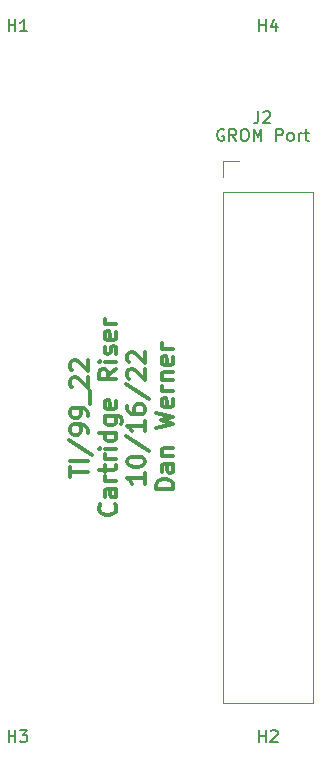
<source format=gbr>
%TF.GenerationSoftware,KiCad,Pcbnew,(6.0.6)*%
%TF.CreationDate,2022-10-16T14:55:51-05:00*%
%TF.ProjectId,CartRiser,43617274-5269-4736-9572-2e6b69636164,rev?*%
%TF.SameCoordinates,Original*%
%TF.FileFunction,Legend,Top*%
%TF.FilePolarity,Positive*%
%FSLAX46Y46*%
G04 Gerber Fmt 4.6, Leading zero omitted, Abs format (unit mm)*
G04 Created by KiCad (PCBNEW (6.0.6)) date 2022-10-16 14:55:51*
%MOMM*%
%LPD*%
G01*
G04 APERTURE LIST*
%ADD10C,0.300000*%
%ADD11C,0.150000*%
%ADD12C,0.120000*%
G04 APERTURE END LIST*
D10*
X157056071Y-85900000D02*
X157056071Y-85042857D01*
X158556071Y-85471428D02*
X157056071Y-85471428D01*
X158556071Y-84542857D02*
X157056071Y-84542857D01*
X156984642Y-82757142D02*
X158913214Y-84042857D01*
X158556071Y-82185714D02*
X158556071Y-81900000D01*
X158484642Y-81757142D01*
X158413214Y-81685714D01*
X158198928Y-81542857D01*
X157913214Y-81471428D01*
X157341785Y-81471428D01*
X157198928Y-81542857D01*
X157127500Y-81614285D01*
X157056071Y-81757142D01*
X157056071Y-82042857D01*
X157127500Y-82185714D01*
X157198928Y-82257142D01*
X157341785Y-82328571D01*
X157698928Y-82328571D01*
X157841785Y-82257142D01*
X157913214Y-82185714D01*
X157984642Y-82042857D01*
X157984642Y-81757142D01*
X157913214Y-81614285D01*
X157841785Y-81542857D01*
X157698928Y-81471428D01*
X158556071Y-80757142D02*
X158556071Y-80471428D01*
X158484642Y-80328571D01*
X158413214Y-80257142D01*
X158198928Y-80114285D01*
X157913214Y-80042857D01*
X157341785Y-80042857D01*
X157198928Y-80114285D01*
X157127500Y-80185714D01*
X157056071Y-80328571D01*
X157056071Y-80614285D01*
X157127500Y-80757142D01*
X157198928Y-80828571D01*
X157341785Y-80900000D01*
X157698928Y-80900000D01*
X157841785Y-80828571D01*
X157913214Y-80757142D01*
X157984642Y-80614285D01*
X157984642Y-80328571D01*
X157913214Y-80185714D01*
X157841785Y-80114285D01*
X157698928Y-80042857D01*
X158698928Y-79757142D02*
X158698928Y-78614285D01*
X157198928Y-78328571D02*
X157127500Y-78257142D01*
X157056071Y-78114285D01*
X157056071Y-77757142D01*
X157127500Y-77614285D01*
X157198928Y-77542857D01*
X157341785Y-77471428D01*
X157484642Y-77471428D01*
X157698928Y-77542857D01*
X158556071Y-78400000D01*
X158556071Y-77471428D01*
X157198928Y-76900000D02*
X157127500Y-76828571D01*
X157056071Y-76685714D01*
X157056071Y-76328571D01*
X157127500Y-76185714D01*
X157198928Y-76114285D01*
X157341785Y-76042857D01*
X157484642Y-76042857D01*
X157698928Y-76114285D01*
X158556071Y-76971428D01*
X158556071Y-76042857D01*
X160828214Y-88221428D02*
X160899642Y-88292857D01*
X160971071Y-88507142D01*
X160971071Y-88650000D01*
X160899642Y-88864285D01*
X160756785Y-89007142D01*
X160613928Y-89078571D01*
X160328214Y-89150000D01*
X160113928Y-89150000D01*
X159828214Y-89078571D01*
X159685357Y-89007142D01*
X159542500Y-88864285D01*
X159471071Y-88650000D01*
X159471071Y-88507142D01*
X159542500Y-88292857D01*
X159613928Y-88221428D01*
X160971071Y-86935714D02*
X160185357Y-86935714D01*
X160042500Y-87007142D01*
X159971071Y-87150000D01*
X159971071Y-87435714D01*
X160042500Y-87578571D01*
X160899642Y-86935714D02*
X160971071Y-87078571D01*
X160971071Y-87435714D01*
X160899642Y-87578571D01*
X160756785Y-87650000D01*
X160613928Y-87650000D01*
X160471071Y-87578571D01*
X160399642Y-87435714D01*
X160399642Y-87078571D01*
X160328214Y-86935714D01*
X160971071Y-86221428D02*
X159971071Y-86221428D01*
X160256785Y-86221428D02*
X160113928Y-86150000D01*
X160042500Y-86078571D01*
X159971071Y-85935714D01*
X159971071Y-85792857D01*
X159971071Y-85507142D02*
X159971071Y-84935714D01*
X159471071Y-85292857D02*
X160756785Y-85292857D01*
X160899642Y-85221428D01*
X160971071Y-85078571D01*
X160971071Y-84935714D01*
X160971071Y-84435714D02*
X159971071Y-84435714D01*
X160256785Y-84435714D02*
X160113928Y-84364285D01*
X160042500Y-84292857D01*
X159971071Y-84150000D01*
X159971071Y-84007142D01*
X160971071Y-83507142D02*
X159971071Y-83507142D01*
X159471071Y-83507142D02*
X159542500Y-83578571D01*
X159613928Y-83507142D01*
X159542500Y-83435714D01*
X159471071Y-83507142D01*
X159613928Y-83507142D01*
X160971071Y-82150000D02*
X159471071Y-82150000D01*
X160899642Y-82150000D02*
X160971071Y-82292857D01*
X160971071Y-82578571D01*
X160899642Y-82721428D01*
X160828214Y-82792857D01*
X160685357Y-82864285D01*
X160256785Y-82864285D01*
X160113928Y-82792857D01*
X160042500Y-82721428D01*
X159971071Y-82578571D01*
X159971071Y-82292857D01*
X160042500Y-82150000D01*
X159971071Y-80792857D02*
X161185357Y-80792857D01*
X161328214Y-80864285D01*
X161399642Y-80935714D01*
X161471071Y-81078571D01*
X161471071Y-81292857D01*
X161399642Y-81435714D01*
X160899642Y-80792857D02*
X160971071Y-80935714D01*
X160971071Y-81221428D01*
X160899642Y-81364285D01*
X160828214Y-81435714D01*
X160685357Y-81507142D01*
X160256785Y-81507142D01*
X160113928Y-81435714D01*
X160042500Y-81364285D01*
X159971071Y-81221428D01*
X159971071Y-80935714D01*
X160042500Y-80792857D01*
X160899642Y-79507142D02*
X160971071Y-79650000D01*
X160971071Y-79935714D01*
X160899642Y-80078571D01*
X160756785Y-80150000D01*
X160185357Y-80150000D01*
X160042500Y-80078571D01*
X159971071Y-79935714D01*
X159971071Y-79650000D01*
X160042500Y-79507142D01*
X160185357Y-79435714D01*
X160328214Y-79435714D01*
X160471071Y-80150000D01*
X160971071Y-76792857D02*
X160256785Y-77292857D01*
X160971071Y-77650000D02*
X159471071Y-77650000D01*
X159471071Y-77078571D01*
X159542500Y-76935714D01*
X159613928Y-76864285D01*
X159756785Y-76792857D01*
X159971071Y-76792857D01*
X160113928Y-76864285D01*
X160185357Y-76935714D01*
X160256785Y-77078571D01*
X160256785Y-77650000D01*
X160971071Y-76150000D02*
X159971071Y-76150000D01*
X159471071Y-76150000D02*
X159542500Y-76221428D01*
X159613928Y-76150000D01*
X159542500Y-76078571D01*
X159471071Y-76150000D01*
X159613928Y-76150000D01*
X160899642Y-75507142D02*
X160971071Y-75364285D01*
X160971071Y-75078571D01*
X160899642Y-74935714D01*
X160756785Y-74864285D01*
X160685357Y-74864285D01*
X160542500Y-74935714D01*
X160471071Y-75078571D01*
X160471071Y-75292857D01*
X160399642Y-75435714D01*
X160256785Y-75507142D01*
X160185357Y-75507142D01*
X160042500Y-75435714D01*
X159971071Y-75292857D01*
X159971071Y-75078571D01*
X160042500Y-74935714D01*
X160899642Y-73650000D02*
X160971071Y-73792857D01*
X160971071Y-74078571D01*
X160899642Y-74221428D01*
X160756785Y-74292857D01*
X160185357Y-74292857D01*
X160042500Y-74221428D01*
X159971071Y-74078571D01*
X159971071Y-73792857D01*
X160042500Y-73650000D01*
X160185357Y-73578571D01*
X160328214Y-73578571D01*
X160471071Y-74292857D01*
X160971071Y-72935714D02*
X159971071Y-72935714D01*
X160256785Y-72935714D02*
X160113928Y-72864285D01*
X160042500Y-72792857D01*
X159971071Y-72650000D01*
X159971071Y-72507142D01*
X163386071Y-85614285D02*
X163386071Y-86471428D01*
X163386071Y-86042857D02*
X161886071Y-86042857D01*
X162100357Y-86185714D01*
X162243214Y-86328571D01*
X162314642Y-86471428D01*
X161886071Y-84685714D02*
X161886071Y-84542857D01*
X161957500Y-84400000D01*
X162028928Y-84328571D01*
X162171785Y-84257142D01*
X162457500Y-84185714D01*
X162814642Y-84185714D01*
X163100357Y-84257142D01*
X163243214Y-84328571D01*
X163314642Y-84400000D01*
X163386071Y-84542857D01*
X163386071Y-84685714D01*
X163314642Y-84828571D01*
X163243214Y-84900000D01*
X163100357Y-84971428D01*
X162814642Y-85042857D01*
X162457500Y-85042857D01*
X162171785Y-84971428D01*
X162028928Y-84900000D01*
X161957500Y-84828571D01*
X161886071Y-84685714D01*
X161814642Y-82471428D02*
X163743214Y-83757142D01*
X163386071Y-81185714D02*
X163386071Y-82042857D01*
X163386071Y-81614285D02*
X161886071Y-81614285D01*
X162100357Y-81757142D01*
X162243214Y-81900000D01*
X162314642Y-82042857D01*
X161886071Y-79900000D02*
X161886071Y-80185714D01*
X161957500Y-80328571D01*
X162028928Y-80400000D01*
X162243214Y-80542857D01*
X162528928Y-80614285D01*
X163100357Y-80614285D01*
X163243214Y-80542857D01*
X163314642Y-80471428D01*
X163386071Y-80328571D01*
X163386071Y-80042857D01*
X163314642Y-79900000D01*
X163243214Y-79828571D01*
X163100357Y-79757142D01*
X162743214Y-79757142D01*
X162600357Y-79828571D01*
X162528928Y-79900000D01*
X162457500Y-80042857D01*
X162457500Y-80328571D01*
X162528928Y-80471428D01*
X162600357Y-80542857D01*
X162743214Y-80614285D01*
X161814642Y-78042857D02*
X163743214Y-79328571D01*
X162028928Y-77614285D02*
X161957500Y-77542857D01*
X161886071Y-77400000D01*
X161886071Y-77042857D01*
X161957500Y-76900000D01*
X162028928Y-76828571D01*
X162171785Y-76757142D01*
X162314642Y-76757142D01*
X162528928Y-76828571D01*
X163386071Y-77685714D01*
X163386071Y-76757142D01*
X162028928Y-76185714D02*
X161957500Y-76114285D01*
X161886071Y-75971428D01*
X161886071Y-75614285D01*
X161957500Y-75471428D01*
X162028928Y-75400000D01*
X162171785Y-75328571D01*
X162314642Y-75328571D01*
X162528928Y-75400000D01*
X163386071Y-76257142D01*
X163386071Y-75328571D01*
X165801071Y-86971428D02*
X164301071Y-86971428D01*
X164301071Y-86614285D01*
X164372500Y-86400000D01*
X164515357Y-86257142D01*
X164658214Y-86185714D01*
X164943928Y-86114285D01*
X165158214Y-86114285D01*
X165443928Y-86185714D01*
X165586785Y-86257142D01*
X165729642Y-86400000D01*
X165801071Y-86614285D01*
X165801071Y-86971428D01*
X165801071Y-84828571D02*
X165015357Y-84828571D01*
X164872500Y-84900000D01*
X164801071Y-85042857D01*
X164801071Y-85328571D01*
X164872500Y-85471428D01*
X165729642Y-84828571D02*
X165801071Y-84971428D01*
X165801071Y-85328571D01*
X165729642Y-85471428D01*
X165586785Y-85542857D01*
X165443928Y-85542857D01*
X165301071Y-85471428D01*
X165229642Y-85328571D01*
X165229642Y-84971428D01*
X165158214Y-84828571D01*
X164801071Y-84114285D02*
X165801071Y-84114285D01*
X164943928Y-84114285D02*
X164872500Y-84042857D01*
X164801071Y-83900000D01*
X164801071Y-83685714D01*
X164872500Y-83542857D01*
X165015357Y-83471428D01*
X165801071Y-83471428D01*
X164301071Y-81757142D02*
X165801071Y-81400000D01*
X164729642Y-81114285D01*
X165801071Y-80828571D01*
X164301071Y-80471428D01*
X165729642Y-79328571D02*
X165801071Y-79471428D01*
X165801071Y-79757142D01*
X165729642Y-79900000D01*
X165586785Y-79971428D01*
X165015357Y-79971428D01*
X164872500Y-79900000D01*
X164801071Y-79757142D01*
X164801071Y-79471428D01*
X164872500Y-79328571D01*
X165015357Y-79257142D01*
X165158214Y-79257142D01*
X165301071Y-79971428D01*
X165801071Y-78614285D02*
X164801071Y-78614285D01*
X165086785Y-78614285D02*
X164943928Y-78542857D01*
X164872500Y-78471428D01*
X164801071Y-78328571D01*
X164801071Y-78185714D01*
X164801071Y-77685714D02*
X165801071Y-77685714D01*
X164943928Y-77685714D02*
X164872500Y-77614285D01*
X164801071Y-77471428D01*
X164801071Y-77257142D01*
X164872500Y-77114285D01*
X165015357Y-77042857D01*
X165801071Y-77042857D01*
X165729642Y-75757142D02*
X165801071Y-75900000D01*
X165801071Y-76185714D01*
X165729642Y-76328571D01*
X165586785Y-76400000D01*
X165015357Y-76400000D01*
X164872500Y-76328571D01*
X164801071Y-76185714D01*
X164801071Y-75900000D01*
X164872500Y-75757142D01*
X165015357Y-75685714D01*
X165158214Y-75685714D01*
X165301071Y-76400000D01*
X165801071Y-75042857D02*
X164801071Y-75042857D01*
X165086785Y-75042857D02*
X164943928Y-74971428D01*
X164872500Y-74900000D01*
X164801071Y-74757142D01*
X164801071Y-74614285D01*
D11*
%TO.C,H4*%
X173038095Y-48152380D02*
X173038095Y-47152380D01*
X173038095Y-47628571D02*
X173609523Y-47628571D01*
X173609523Y-48152380D02*
X173609523Y-47152380D01*
X174514285Y-47485714D02*
X174514285Y-48152380D01*
X174276190Y-47104761D02*
X174038095Y-47819047D01*
X174657142Y-47819047D01*
%TO.C,H3*%
X151838095Y-108352380D02*
X151838095Y-107352380D01*
X151838095Y-107828571D02*
X152409523Y-107828571D01*
X152409523Y-108352380D02*
X152409523Y-107352380D01*
X152790476Y-107352380D02*
X153409523Y-107352380D01*
X153076190Y-107733333D01*
X153219047Y-107733333D01*
X153314285Y-107780952D01*
X153361904Y-107828571D01*
X153409523Y-107923809D01*
X153409523Y-108161904D01*
X153361904Y-108257142D01*
X153314285Y-108304761D01*
X153219047Y-108352380D01*
X152933333Y-108352380D01*
X152838095Y-108304761D01*
X152790476Y-108257142D01*
%TO.C,H2*%
X173038095Y-108352380D02*
X173038095Y-107352380D01*
X173038095Y-107828571D02*
X173609523Y-107828571D01*
X173609523Y-108352380D02*
X173609523Y-107352380D01*
X174038095Y-107447619D02*
X174085714Y-107400000D01*
X174180952Y-107352380D01*
X174419047Y-107352380D01*
X174514285Y-107400000D01*
X174561904Y-107447619D01*
X174609523Y-107542857D01*
X174609523Y-107638095D01*
X174561904Y-107780952D01*
X173990476Y-108352380D01*
X174609523Y-108352380D01*
%TO.C,H1*%
X151838095Y-48152380D02*
X151838095Y-47152380D01*
X151838095Y-47628571D02*
X152409523Y-47628571D01*
X152409523Y-48152380D02*
X152409523Y-47152380D01*
X153409523Y-48152380D02*
X152838095Y-48152380D01*
X153123809Y-48152380D02*
X153123809Y-47152380D01*
X153028571Y-47295238D01*
X152933333Y-47390476D01*
X152838095Y-47438095D01*
%TO.C,J2*%
X172991666Y-54952380D02*
X172991666Y-55666666D01*
X172944047Y-55809523D01*
X172848809Y-55904761D01*
X172705952Y-55952380D01*
X172610714Y-55952380D01*
X173420238Y-55047619D02*
X173467857Y-55000000D01*
X173563095Y-54952380D01*
X173801190Y-54952380D01*
X173896428Y-55000000D01*
X173944047Y-55047619D01*
X173991666Y-55142857D01*
X173991666Y-55238095D01*
X173944047Y-55380952D01*
X173372619Y-55952380D01*
X173991666Y-55952380D01*
X170063095Y-56500000D02*
X169967857Y-56452380D01*
X169825000Y-56452380D01*
X169682142Y-56500000D01*
X169586904Y-56595238D01*
X169539285Y-56690476D01*
X169491666Y-56880952D01*
X169491666Y-57023809D01*
X169539285Y-57214285D01*
X169586904Y-57309523D01*
X169682142Y-57404761D01*
X169825000Y-57452380D01*
X169920238Y-57452380D01*
X170063095Y-57404761D01*
X170110714Y-57357142D01*
X170110714Y-57023809D01*
X169920238Y-57023809D01*
X171110714Y-57452380D02*
X170777380Y-56976190D01*
X170539285Y-57452380D02*
X170539285Y-56452380D01*
X170920238Y-56452380D01*
X171015476Y-56500000D01*
X171063095Y-56547619D01*
X171110714Y-56642857D01*
X171110714Y-56785714D01*
X171063095Y-56880952D01*
X171015476Y-56928571D01*
X170920238Y-56976190D01*
X170539285Y-56976190D01*
X171729761Y-56452380D02*
X171920238Y-56452380D01*
X172015476Y-56500000D01*
X172110714Y-56595238D01*
X172158333Y-56785714D01*
X172158333Y-57119047D01*
X172110714Y-57309523D01*
X172015476Y-57404761D01*
X171920238Y-57452380D01*
X171729761Y-57452380D01*
X171634523Y-57404761D01*
X171539285Y-57309523D01*
X171491666Y-57119047D01*
X171491666Y-56785714D01*
X171539285Y-56595238D01*
X171634523Y-56500000D01*
X171729761Y-56452380D01*
X172586904Y-57452380D02*
X172586904Y-56452380D01*
X172920238Y-57166666D01*
X173253571Y-56452380D01*
X173253571Y-57452380D01*
X174491666Y-57452380D02*
X174491666Y-56452380D01*
X174872619Y-56452380D01*
X174967857Y-56500000D01*
X175015476Y-56547619D01*
X175063095Y-56642857D01*
X175063095Y-56785714D01*
X175015476Y-56880952D01*
X174967857Y-56928571D01*
X174872619Y-56976190D01*
X174491666Y-56976190D01*
X175634523Y-57452380D02*
X175539285Y-57404761D01*
X175491666Y-57357142D01*
X175444047Y-57261904D01*
X175444047Y-56976190D01*
X175491666Y-56880952D01*
X175539285Y-56833333D01*
X175634523Y-56785714D01*
X175777380Y-56785714D01*
X175872619Y-56833333D01*
X175920238Y-56880952D01*
X175967857Y-56976190D01*
X175967857Y-57261904D01*
X175920238Y-57357142D01*
X175872619Y-57404761D01*
X175777380Y-57452380D01*
X175634523Y-57452380D01*
X176396428Y-57452380D02*
X176396428Y-56785714D01*
X176396428Y-56976190D02*
X176444047Y-56880952D01*
X176491666Y-56833333D01*
X176586904Y-56785714D01*
X176682142Y-56785714D01*
X176872619Y-56785714D02*
X177253571Y-56785714D01*
X177015476Y-56452380D02*
X177015476Y-57309523D01*
X177063095Y-57404761D01*
X177158333Y-57452380D01*
X177253571Y-57452380D01*
D12*
X177625000Y-61790000D02*
X177625000Y-105030000D01*
X169995000Y-59190000D02*
X171325000Y-59190000D01*
X169995000Y-61790000D02*
X169995000Y-105030000D01*
X169995000Y-60520000D02*
X169995000Y-59190000D01*
X169995000Y-61790000D02*
X177625000Y-61790000D01*
X169995000Y-105030000D02*
X177625000Y-105030000D01*
%TD*%
M02*

</source>
